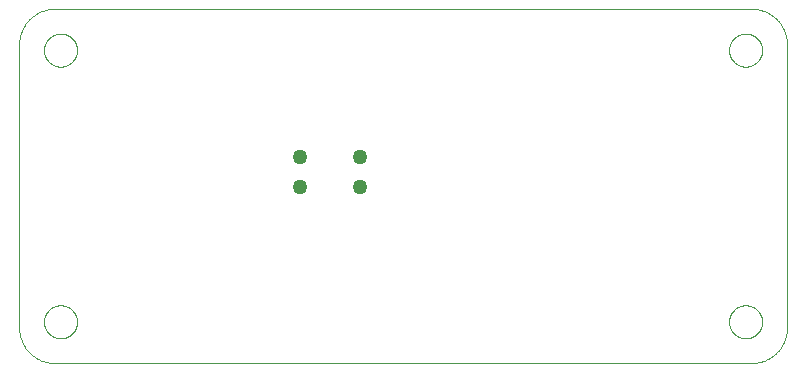
<source format=gbp>
G75*
%MOIN*%
%OFA0B0*%
%FSLAX25Y25*%
%IPPOS*%
%LPD*%
%AMOC8*
5,1,8,0,0,1.08239X$1,22.5*
%
%ADD10C,0.00000*%
%ADD11C,0.05000*%
D10*
X0016811Y0006117D02*
X0249094Y0006117D01*
X0249379Y0006120D01*
X0249665Y0006131D01*
X0249950Y0006148D01*
X0250234Y0006172D01*
X0250518Y0006203D01*
X0250801Y0006241D01*
X0251082Y0006286D01*
X0251363Y0006337D01*
X0251643Y0006395D01*
X0251921Y0006460D01*
X0252197Y0006532D01*
X0252471Y0006610D01*
X0252744Y0006695D01*
X0253014Y0006787D01*
X0253282Y0006885D01*
X0253548Y0006989D01*
X0253811Y0007100D01*
X0254071Y0007217D01*
X0254329Y0007340D01*
X0254583Y0007470D01*
X0254834Y0007606D01*
X0255082Y0007747D01*
X0255326Y0007895D01*
X0255567Y0008048D01*
X0255803Y0008208D01*
X0256036Y0008373D01*
X0256265Y0008543D01*
X0256490Y0008719D01*
X0256710Y0008901D01*
X0256926Y0009087D01*
X0257137Y0009279D01*
X0257344Y0009476D01*
X0257546Y0009678D01*
X0257743Y0009885D01*
X0257935Y0010096D01*
X0258121Y0010312D01*
X0258303Y0010532D01*
X0258479Y0010757D01*
X0258649Y0010986D01*
X0258814Y0011219D01*
X0258974Y0011455D01*
X0259127Y0011696D01*
X0259275Y0011940D01*
X0259416Y0012188D01*
X0259552Y0012439D01*
X0259682Y0012693D01*
X0259805Y0012951D01*
X0259922Y0013211D01*
X0260033Y0013474D01*
X0260137Y0013740D01*
X0260235Y0014008D01*
X0260327Y0014278D01*
X0260412Y0014551D01*
X0260490Y0014825D01*
X0260562Y0015101D01*
X0260627Y0015379D01*
X0260685Y0015659D01*
X0260736Y0015940D01*
X0260781Y0016221D01*
X0260819Y0016504D01*
X0260850Y0016788D01*
X0260874Y0017072D01*
X0260891Y0017357D01*
X0260902Y0017643D01*
X0260905Y0017928D01*
X0260906Y0017928D02*
X0260906Y0112416D01*
X0260905Y0112416D02*
X0260902Y0112701D01*
X0260891Y0112987D01*
X0260874Y0113272D01*
X0260850Y0113556D01*
X0260819Y0113840D01*
X0260781Y0114123D01*
X0260736Y0114404D01*
X0260685Y0114685D01*
X0260627Y0114965D01*
X0260562Y0115243D01*
X0260490Y0115519D01*
X0260412Y0115793D01*
X0260327Y0116066D01*
X0260235Y0116336D01*
X0260137Y0116604D01*
X0260033Y0116870D01*
X0259922Y0117133D01*
X0259805Y0117393D01*
X0259682Y0117651D01*
X0259552Y0117905D01*
X0259416Y0118156D01*
X0259275Y0118404D01*
X0259127Y0118648D01*
X0258974Y0118889D01*
X0258814Y0119125D01*
X0258649Y0119358D01*
X0258479Y0119587D01*
X0258303Y0119812D01*
X0258121Y0120032D01*
X0257935Y0120248D01*
X0257743Y0120459D01*
X0257546Y0120666D01*
X0257344Y0120868D01*
X0257137Y0121065D01*
X0256926Y0121257D01*
X0256710Y0121443D01*
X0256490Y0121625D01*
X0256265Y0121801D01*
X0256036Y0121971D01*
X0255803Y0122136D01*
X0255567Y0122296D01*
X0255326Y0122449D01*
X0255082Y0122597D01*
X0254834Y0122738D01*
X0254583Y0122874D01*
X0254329Y0123004D01*
X0254071Y0123127D01*
X0253811Y0123244D01*
X0253548Y0123355D01*
X0253282Y0123459D01*
X0253014Y0123557D01*
X0252744Y0123649D01*
X0252471Y0123734D01*
X0252197Y0123812D01*
X0251921Y0123884D01*
X0251643Y0123949D01*
X0251363Y0124007D01*
X0251082Y0124058D01*
X0250801Y0124103D01*
X0250518Y0124141D01*
X0250234Y0124172D01*
X0249950Y0124196D01*
X0249665Y0124213D01*
X0249379Y0124224D01*
X0249094Y0124227D01*
X0016811Y0124227D01*
X0016526Y0124224D01*
X0016240Y0124213D01*
X0015955Y0124196D01*
X0015671Y0124172D01*
X0015387Y0124141D01*
X0015104Y0124103D01*
X0014823Y0124058D01*
X0014542Y0124007D01*
X0014262Y0123949D01*
X0013984Y0123884D01*
X0013708Y0123812D01*
X0013434Y0123734D01*
X0013161Y0123649D01*
X0012891Y0123557D01*
X0012623Y0123459D01*
X0012357Y0123355D01*
X0012094Y0123244D01*
X0011834Y0123127D01*
X0011576Y0123004D01*
X0011322Y0122874D01*
X0011071Y0122738D01*
X0010823Y0122597D01*
X0010579Y0122449D01*
X0010338Y0122296D01*
X0010102Y0122136D01*
X0009869Y0121971D01*
X0009640Y0121801D01*
X0009415Y0121625D01*
X0009195Y0121443D01*
X0008979Y0121257D01*
X0008768Y0121065D01*
X0008561Y0120868D01*
X0008359Y0120666D01*
X0008162Y0120459D01*
X0007970Y0120248D01*
X0007784Y0120032D01*
X0007602Y0119812D01*
X0007426Y0119587D01*
X0007256Y0119358D01*
X0007091Y0119125D01*
X0006931Y0118889D01*
X0006778Y0118648D01*
X0006630Y0118404D01*
X0006489Y0118156D01*
X0006353Y0117905D01*
X0006223Y0117651D01*
X0006100Y0117393D01*
X0005983Y0117133D01*
X0005872Y0116870D01*
X0005768Y0116604D01*
X0005670Y0116336D01*
X0005578Y0116066D01*
X0005493Y0115793D01*
X0005415Y0115519D01*
X0005343Y0115243D01*
X0005278Y0114965D01*
X0005220Y0114685D01*
X0005169Y0114404D01*
X0005124Y0114123D01*
X0005086Y0113840D01*
X0005055Y0113556D01*
X0005031Y0113272D01*
X0005014Y0112987D01*
X0005003Y0112701D01*
X0005000Y0112416D01*
X0005000Y0017928D01*
X0005003Y0017643D01*
X0005014Y0017357D01*
X0005031Y0017072D01*
X0005055Y0016788D01*
X0005086Y0016504D01*
X0005124Y0016221D01*
X0005169Y0015940D01*
X0005220Y0015659D01*
X0005278Y0015379D01*
X0005343Y0015101D01*
X0005415Y0014825D01*
X0005493Y0014551D01*
X0005578Y0014278D01*
X0005670Y0014008D01*
X0005768Y0013740D01*
X0005872Y0013474D01*
X0005983Y0013211D01*
X0006100Y0012951D01*
X0006223Y0012693D01*
X0006353Y0012439D01*
X0006489Y0012188D01*
X0006630Y0011940D01*
X0006778Y0011696D01*
X0006931Y0011455D01*
X0007091Y0011219D01*
X0007256Y0010986D01*
X0007426Y0010757D01*
X0007602Y0010532D01*
X0007784Y0010312D01*
X0007970Y0010096D01*
X0008162Y0009885D01*
X0008359Y0009678D01*
X0008561Y0009476D01*
X0008768Y0009279D01*
X0008979Y0009087D01*
X0009195Y0008901D01*
X0009415Y0008719D01*
X0009640Y0008543D01*
X0009869Y0008373D01*
X0010102Y0008208D01*
X0010338Y0008048D01*
X0010579Y0007895D01*
X0010823Y0007747D01*
X0011071Y0007606D01*
X0011322Y0007470D01*
X0011576Y0007340D01*
X0011834Y0007217D01*
X0012094Y0007100D01*
X0012357Y0006989D01*
X0012623Y0006885D01*
X0012891Y0006787D01*
X0013161Y0006695D01*
X0013434Y0006610D01*
X0013708Y0006532D01*
X0013984Y0006460D01*
X0014262Y0006395D01*
X0014542Y0006337D01*
X0014823Y0006286D01*
X0015104Y0006241D01*
X0015387Y0006203D01*
X0015671Y0006172D01*
X0015955Y0006148D01*
X0016240Y0006131D01*
X0016526Y0006120D01*
X0016811Y0006117D01*
X0013268Y0019896D02*
X0013270Y0020044D01*
X0013276Y0020192D01*
X0013286Y0020340D01*
X0013300Y0020487D01*
X0013318Y0020634D01*
X0013339Y0020780D01*
X0013365Y0020926D01*
X0013395Y0021071D01*
X0013428Y0021215D01*
X0013466Y0021358D01*
X0013507Y0021500D01*
X0013552Y0021641D01*
X0013600Y0021781D01*
X0013653Y0021920D01*
X0013709Y0022057D01*
X0013769Y0022192D01*
X0013832Y0022326D01*
X0013899Y0022458D01*
X0013970Y0022588D01*
X0014044Y0022716D01*
X0014121Y0022842D01*
X0014202Y0022966D01*
X0014286Y0023088D01*
X0014373Y0023207D01*
X0014464Y0023324D01*
X0014558Y0023439D01*
X0014654Y0023551D01*
X0014754Y0023661D01*
X0014856Y0023767D01*
X0014962Y0023871D01*
X0015070Y0023972D01*
X0015181Y0024070D01*
X0015294Y0024166D01*
X0015410Y0024258D01*
X0015528Y0024347D01*
X0015649Y0024432D01*
X0015772Y0024515D01*
X0015897Y0024594D01*
X0016024Y0024670D01*
X0016153Y0024742D01*
X0016284Y0024811D01*
X0016417Y0024876D01*
X0016552Y0024937D01*
X0016688Y0024995D01*
X0016825Y0025050D01*
X0016964Y0025100D01*
X0017105Y0025147D01*
X0017246Y0025190D01*
X0017389Y0025230D01*
X0017533Y0025265D01*
X0017677Y0025297D01*
X0017823Y0025324D01*
X0017969Y0025348D01*
X0018116Y0025368D01*
X0018263Y0025384D01*
X0018410Y0025396D01*
X0018558Y0025404D01*
X0018706Y0025408D01*
X0018854Y0025408D01*
X0019002Y0025404D01*
X0019150Y0025396D01*
X0019297Y0025384D01*
X0019444Y0025368D01*
X0019591Y0025348D01*
X0019737Y0025324D01*
X0019883Y0025297D01*
X0020027Y0025265D01*
X0020171Y0025230D01*
X0020314Y0025190D01*
X0020455Y0025147D01*
X0020596Y0025100D01*
X0020735Y0025050D01*
X0020872Y0024995D01*
X0021008Y0024937D01*
X0021143Y0024876D01*
X0021276Y0024811D01*
X0021407Y0024742D01*
X0021536Y0024670D01*
X0021663Y0024594D01*
X0021788Y0024515D01*
X0021911Y0024432D01*
X0022032Y0024347D01*
X0022150Y0024258D01*
X0022266Y0024166D01*
X0022379Y0024070D01*
X0022490Y0023972D01*
X0022598Y0023871D01*
X0022704Y0023767D01*
X0022806Y0023661D01*
X0022906Y0023551D01*
X0023002Y0023439D01*
X0023096Y0023324D01*
X0023187Y0023207D01*
X0023274Y0023088D01*
X0023358Y0022966D01*
X0023439Y0022842D01*
X0023516Y0022716D01*
X0023590Y0022588D01*
X0023661Y0022458D01*
X0023728Y0022326D01*
X0023791Y0022192D01*
X0023851Y0022057D01*
X0023907Y0021920D01*
X0023960Y0021781D01*
X0024008Y0021641D01*
X0024053Y0021500D01*
X0024094Y0021358D01*
X0024132Y0021215D01*
X0024165Y0021071D01*
X0024195Y0020926D01*
X0024221Y0020780D01*
X0024242Y0020634D01*
X0024260Y0020487D01*
X0024274Y0020340D01*
X0024284Y0020192D01*
X0024290Y0020044D01*
X0024292Y0019896D01*
X0024290Y0019748D01*
X0024284Y0019600D01*
X0024274Y0019452D01*
X0024260Y0019305D01*
X0024242Y0019158D01*
X0024221Y0019012D01*
X0024195Y0018866D01*
X0024165Y0018721D01*
X0024132Y0018577D01*
X0024094Y0018434D01*
X0024053Y0018292D01*
X0024008Y0018151D01*
X0023960Y0018011D01*
X0023907Y0017872D01*
X0023851Y0017735D01*
X0023791Y0017600D01*
X0023728Y0017466D01*
X0023661Y0017334D01*
X0023590Y0017204D01*
X0023516Y0017076D01*
X0023439Y0016950D01*
X0023358Y0016826D01*
X0023274Y0016704D01*
X0023187Y0016585D01*
X0023096Y0016468D01*
X0023002Y0016353D01*
X0022906Y0016241D01*
X0022806Y0016131D01*
X0022704Y0016025D01*
X0022598Y0015921D01*
X0022490Y0015820D01*
X0022379Y0015722D01*
X0022266Y0015626D01*
X0022150Y0015534D01*
X0022032Y0015445D01*
X0021911Y0015360D01*
X0021788Y0015277D01*
X0021663Y0015198D01*
X0021536Y0015122D01*
X0021407Y0015050D01*
X0021276Y0014981D01*
X0021143Y0014916D01*
X0021008Y0014855D01*
X0020872Y0014797D01*
X0020735Y0014742D01*
X0020596Y0014692D01*
X0020455Y0014645D01*
X0020314Y0014602D01*
X0020171Y0014562D01*
X0020027Y0014527D01*
X0019883Y0014495D01*
X0019737Y0014468D01*
X0019591Y0014444D01*
X0019444Y0014424D01*
X0019297Y0014408D01*
X0019150Y0014396D01*
X0019002Y0014388D01*
X0018854Y0014384D01*
X0018706Y0014384D01*
X0018558Y0014388D01*
X0018410Y0014396D01*
X0018263Y0014408D01*
X0018116Y0014424D01*
X0017969Y0014444D01*
X0017823Y0014468D01*
X0017677Y0014495D01*
X0017533Y0014527D01*
X0017389Y0014562D01*
X0017246Y0014602D01*
X0017105Y0014645D01*
X0016964Y0014692D01*
X0016825Y0014742D01*
X0016688Y0014797D01*
X0016552Y0014855D01*
X0016417Y0014916D01*
X0016284Y0014981D01*
X0016153Y0015050D01*
X0016024Y0015122D01*
X0015897Y0015198D01*
X0015772Y0015277D01*
X0015649Y0015360D01*
X0015528Y0015445D01*
X0015410Y0015534D01*
X0015294Y0015626D01*
X0015181Y0015722D01*
X0015070Y0015820D01*
X0014962Y0015921D01*
X0014856Y0016025D01*
X0014754Y0016131D01*
X0014654Y0016241D01*
X0014558Y0016353D01*
X0014464Y0016468D01*
X0014373Y0016585D01*
X0014286Y0016704D01*
X0014202Y0016826D01*
X0014121Y0016950D01*
X0014044Y0017076D01*
X0013970Y0017204D01*
X0013899Y0017334D01*
X0013832Y0017466D01*
X0013769Y0017600D01*
X0013709Y0017735D01*
X0013653Y0017872D01*
X0013600Y0018011D01*
X0013552Y0018151D01*
X0013507Y0018292D01*
X0013466Y0018434D01*
X0013428Y0018577D01*
X0013395Y0018721D01*
X0013365Y0018866D01*
X0013339Y0019012D01*
X0013318Y0019158D01*
X0013300Y0019305D01*
X0013286Y0019452D01*
X0013276Y0019600D01*
X0013270Y0019748D01*
X0013268Y0019896D01*
X0013268Y0110447D02*
X0013270Y0110595D01*
X0013276Y0110743D01*
X0013286Y0110891D01*
X0013300Y0111038D01*
X0013318Y0111185D01*
X0013339Y0111331D01*
X0013365Y0111477D01*
X0013395Y0111622D01*
X0013428Y0111766D01*
X0013466Y0111909D01*
X0013507Y0112051D01*
X0013552Y0112192D01*
X0013600Y0112332D01*
X0013653Y0112471D01*
X0013709Y0112608D01*
X0013769Y0112743D01*
X0013832Y0112877D01*
X0013899Y0113009D01*
X0013970Y0113139D01*
X0014044Y0113267D01*
X0014121Y0113393D01*
X0014202Y0113517D01*
X0014286Y0113639D01*
X0014373Y0113758D01*
X0014464Y0113875D01*
X0014558Y0113990D01*
X0014654Y0114102D01*
X0014754Y0114212D01*
X0014856Y0114318D01*
X0014962Y0114422D01*
X0015070Y0114523D01*
X0015181Y0114621D01*
X0015294Y0114717D01*
X0015410Y0114809D01*
X0015528Y0114898D01*
X0015649Y0114983D01*
X0015772Y0115066D01*
X0015897Y0115145D01*
X0016024Y0115221D01*
X0016153Y0115293D01*
X0016284Y0115362D01*
X0016417Y0115427D01*
X0016552Y0115488D01*
X0016688Y0115546D01*
X0016825Y0115601D01*
X0016964Y0115651D01*
X0017105Y0115698D01*
X0017246Y0115741D01*
X0017389Y0115781D01*
X0017533Y0115816D01*
X0017677Y0115848D01*
X0017823Y0115875D01*
X0017969Y0115899D01*
X0018116Y0115919D01*
X0018263Y0115935D01*
X0018410Y0115947D01*
X0018558Y0115955D01*
X0018706Y0115959D01*
X0018854Y0115959D01*
X0019002Y0115955D01*
X0019150Y0115947D01*
X0019297Y0115935D01*
X0019444Y0115919D01*
X0019591Y0115899D01*
X0019737Y0115875D01*
X0019883Y0115848D01*
X0020027Y0115816D01*
X0020171Y0115781D01*
X0020314Y0115741D01*
X0020455Y0115698D01*
X0020596Y0115651D01*
X0020735Y0115601D01*
X0020872Y0115546D01*
X0021008Y0115488D01*
X0021143Y0115427D01*
X0021276Y0115362D01*
X0021407Y0115293D01*
X0021536Y0115221D01*
X0021663Y0115145D01*
X0021788Y0115066D01*
X0021911Y0114983D01*
X0022032Y0114898D01*
X0022150Y0114809D01*
X0022266Y0114717D01*
X0022379Y0114621D01*
X0022490Y0114523D01*
X0022598Y0114422D01*
X0022704Y0114318D01*
X0022806Y0114212D01*
X0022906Y0114102D01*
X0023002Y0113990D01*
X0023096Y0113875D01*
X0023187Y0113758D01*
X0023274Y0113639D01*
X0023358Y0113517D01*
X0023439Y0113393D01*
X0023516Y0113267D01*
X0023590Y0113139D01*
X0023661Y0113009D01*
X0023728Y0112877D01*
X0023791Y0112743D01*
X0023851Y0112608D01*
X0023907Y0112471D01*
X0023960Y0112332D01*
X0024008Y0112192D01*
X0024053Y0112051D01*
X0024094Y0111909D01*
X0024132Y0111766D01*
X0024165Y0111622D01*
X0024195Y0111477D01*
X0024221Y0111331D01*
X0024242Y0111185D01*
X0024260Y0111038D01*
X0024274Y0110891D01*
X0024284Y0110743D01*
X0024290Y0110595D01*
X0024292Y0110447D01*
X0024290Y0110299D01*
X0024284Y0110151D01*
X0024274Y0110003D01*
X0024260Y0109856D01*
X0024242Y0109709D01*
X0024221Y0109563D01*
X0024195Y0109417D01*
X0024165Y0109272D01*
X0024132Y0109128D01*
X0024094Y0108985D01*
X0024053Y0108843D01*
X0024008Y0108702D01*
X0023960Y0108562D01*
X0023907Y0108423D01*
X0023851Y0108286D01*
X0023791Y0108151D01*
X0023728Y0108017D01*
X0023661Y0107885D01*
X0023590Y0107755D01*
X0023516Y0107627D01*
X0023439Y0107501D01*
X0023358Y0107377D01*
X0023274Y0107255D01*
X0023187Y0107136D01*
X0023096Y0107019D01*
X0023002Y0106904D01*
X0022906Y0106792D01*
X0022806Y0106682D01*
X0022704Y0106576D01*
X0022598Y0106472D01*
X0022490Y0106371D01*
X0022379Y0106273D01*
X0022266Y0106177D01*
X0022150Y0106085D01*
X0022032Y0105996D01*
X0021911Y0105911D01*
X0021788Y0105828D01*
X0021663Y0105749D01*
X0021536Y0105673D01*
X0021407Y0105601D01*
X0021276Y0105532D01*
X0021143Y0105467D01*
X0021008Y0105406D01*
X0020872Y0105348D01*
X0020735Y0105293D01*
X0020596Y0105243D01*
X0020455Y0105196D01*
X0020314Y0105153D01*
X0020171Y0105113D01*
X0020027Y0105078D01*
X0019883Y0105046D01*
X0019737Y0105019D01*
X0019591Y0104995D01*
X0019444Y0104975D01*
X0019297Y0104959D01*
X0019150Y0104947D01*
X0019002Y0104939D01*
X0018854Y0104935D01*
X0018706Y0104935D01*
X0018558Y0104939D01*
X0018410Y0104947D01*
X0018263Y0104959D01*
X0018116Y0104975D01*
X0017969Y0104995D01*
X0017823Y0105019D01*
X0017677Y0105046D01*
X0017533Y0105078D01*
X0017389Y0105113D01*
X0017246Y0105153D01*
X0017105Y0105196D01*
X0016964Y0105243D01*
X0016825Y0105293D01*
X0016688Y0105348D01*
X0016552Y0105406D01*
X0016417Y0105467D01*
X0016284Y0105532D01*
X0016153Y0105601D01*
X0016024Y0105673D01*
X0015897Y0105749D01*
X0015772Y0105828D01*
X0015649Y0105911D01*
X0015528Y0105996D01*
X0015410Y0106085D01*
X0015294Y0106177D01*
X0015181Y0106273D01*
X0015070Y0106371D01*
X0014962Y0106472D01*
X0014856Y0106576D01*
X0014754Y0106682D01*
X0014654Y0106792D01*
X0014558Y0106904D01*
X0014464Y0107019D01*
X0014373Y0107136D01*
X0014286Y0107255D01*
X0014202Y0107377D01*
X0014121Y0107501D01*
X0014044Y0107627D01*
X0013970Y0107755D01*
X0013899Y0107885D01*
X0013832Y0108017D01*
X0013769Y0108151D01*
X0013709Y0108286D01*
X0013653Y0108423D01*
X0013600Y0108562D01*
X0013552Y0108702D01*
X0013507Y0108843D01*
X0013466Y0108985D01*
X0013428Y0109128D01*
X0013395Y0109272D01*
X0013365Y0109417D01*
X0013339Y0109563D01*
X0013318Y0109709D01*
X0013300Y0109856D01*
X0013286Y0110003D01*
X0013276Y0110151D01*
X0013270Y0110299D01*
X0013268Y0110447D01*
X0241614Y0110447D02*
X0241616Y0110595D01*
X0241622Y0110743D01*
X0241632Y0110891D01*
X0241646Y0111038D01*
X0241664Y0111185D01*
X0241685Y0111331D01*
X0241711Y0111477D01*
X0241741Y0111622D01*
X0241774Y0111766D01*
X0241812Y0111909D01*
X0241853Y0112051D01*
X0241898Y0112192D01*
X0241946Y0112332D01*
X0241999Y0112471D01*
X0242055Y0112608D01*
X0242115Y0112743D01*
X0242178Y0112877D01*
X0242245Y0113009D01*
X0242316Y0113139D01*
X0242390Y0113267D01*
X0242467Y0113393D01*
X0242548Y0113517D01*
X0242632Y0113639D01*
X0242719Y0113758D01*
X0242810Y0113875D01*
X0242904Y0113990D01*
X0243000Y0114102D01*
X0243100Y0114212D01*
X0243202Y0114318D01*
X0243308Y0114422D01*
X0243416Y0114523D01*
X0243527Y0114621D01*
X0243640Y0114717D01*
X0243756Y0114809D01*
X0243874Y0114898D01*
X0243995Y0114983D01*
X0244118Y0115066D01*
X0244243Y0115145D01*
X0244370Y0115221D01*
X0244499Y0115293D01*
X0244630Y0115362D01*
X0244763Y0115427D01*
X0244898Y0115488D01*
X0245034Y0115546D01*
X0245171Y0115601D01*
X0245310Y0115651D01*
X0245451Y0115698D01*
X0245592Y0115741D01*
X0245735Y0115781D01*
X0245879Y0115816D01*
X0246023Y0115848D01*
X0246169Y0115875D01*
X0246315Y0115899D01*
X0246462Y0115919D01*
X0246609Y0115935D01*
X0246756Y0115947D01*
X0246904Y0115955D01*
X0247052Y0115959D01*
X0247200Y0115959D01*
X0247348Y0115955D01*
X0247496Y0115947D01*
X0247643Y0115935D01*
X0247790Y0115919D01*
X0247937Y0115899D01*
X0248083Y0115875D01*
X0248229Y0115848D01*
X0248373Y0115816D01*
X0248517Y0115781D01*
X0248660Y0115741D01*
X0248801Y0115698D01*
X0248942Y0115651D01*
X0249081Y0115601D01*
X0249218Y0115546D01*
X0249354Y0115488D01*
X0249489Y0115427D01*
X0249622Y0115362D01*
X0249753Y0115293D01*
X0249882Y0115221D01*
X0250009Y0115145D01*
X0250134Y0115066D01*
X0250257Y0114983D01*
X0250378Y0114898D01*
X0250496Y0114809D01*
X0250612Y0114717D01*
X0250725Y0114621D01*
X0250836Y0114523D01*
X0250944Y0114422D01*
X0251050Y0114318D01*
X0251152Y0114212D01*
X0251252Y0114102D01*
X0251348Y0113990D01*
X0251442Y0113875D01*
X0251533Y0113758D01*
X0251620Y0113639D01*
X0251704Y0113517D01*
X0251785Y0113393D01*
X0251862Y0113267D01*
X0251936Y0113139D01*
X0252007Y0113009D01*
X0252074Y0112877D01*
X0252137Y0112743D01*
X0252197Y0112608D01*
X0252253Y0112471D01*
X0252306Y0112332D01*
X0252354Y0112192D01*
X0252399Y0112051D01*
X0252440Y0111909D01*
X0252478Y0111766D01*
X0252511Y0111622D01*
X0252541Y0111477D01*
X0252567Y0111331D01*
X0252588Y0111185D01*
X0252606Y0111038D01*
X0252620Y0110891D01*
X0252630Y0110743D01*
X0252636Y0110595D01*
X0252638Y0110447D01*
X0252636Y0110299D01*
X0252630Y0110151D01*
X0252620Y0110003D01*
X0252606Y0109856D01*
X0252588Y0109709D01*
X0252567Y0109563D01*
X0252541Y0109417D01*
X0252511Y0109272D01*
X0252478Y0109128D01*
X0252440Y0108985D01*
X0252399Y0108843D01*
X0252354Y0108702D01*
X0252306Y0108562D01*
X0252253Y0108423D01*
X0252197Y0108286D01*
X0252137Y0108151D01*
X0252074Y0108017D01*
X0252007Y0107885D01*
X0251936Y0107755D01*
X0251862Y0107627D01*
X0251785Y0107501D01*
X0251704Y0107377D01*
X0251620Y0107255D01*
X0251533Y0107136D01*
X0251442Y0107019D01*
X0251348Y0106904D01*
X0251252Y0106792D01*
X0251152Y0106682D01*
X0251050Y0106576D01*
X0250944Y0106472D01*
X0250836Y0106371D01*
X0250725Y0106273D01*
X0250612Y0106177D01*
X0250496Y0106085D01*
X0250378Y0105996D01*
X0250257Y0105911D01*
X0250134Y0105828D01*
X0250009Y0105749D01*
X0249882Y0105673D01*
X0249753Y0105601D01*
X0249622Y0105532D01*
X0249489Y0105467D01*
X0249354Y0105406D01*
X0249218Y0105348D01*
X0249081Y0105293D01*
X0248942Y0105243D01*
X0248801Y0105196D01*
X0248660Y0105153D01*
X0248517Y0105113D01*
X0248373Y0105078D01*
X0248229Y0105046D01*
X0248083Y0105019D01*
X0247937Y0104995D01*
X0247790Y0104975D01*
X0247643Y0104959D01*
X0247496Y0104947D01*
X0247348Y0104939D01*
X0247200Y0104935D01*
X0247052Y0104935D01*
X0246904Y0104939D01*
X0246756Y0104947D01*
X0246609Y0104959D01*
X0246462Y0104975D01*
X0246315Y0104995D01*
X0246169Y0105019D01*
X0246023Y0105046D01*
X0245879Y0105078D01*
X0245735Y0105113D01*
X0245592Y0105153D01*
X0245451Y0105196D01*
X0245310Y0105243D01*
X0245171Y0105293D01*
X0245034Y0105348D01*
X0244898Y0105406D01*
X0244763Y0105467D01*
X0244630Y0105532D01*
X0244499Y0105601D01*
X0244370Y0105673D01*
X0244243Y0105749D01*
X0244118Y0105828D01*
X0243995Y0105911D01*
X0243874Y0105996D01*
X0243756Y0106085D01*
X0243640Y0106177D01*
X0243527Y0106273D01*
X0243416Y0106371D01*
X0243308Y0106472D01*
X0243202Y0106576D01*
X0243100Y0106682D01*
X0243000Y0106792D01*
X0242904Y0106904D01*
X0242810Y0107019D01*
X0242719Y0107136D01*
X0242632Y0107255D01*
X0242548Y0107377D01*
X0242467Y0107501D01*
X0242390Y0107627D01*
X0242316Y0107755D01*
X0242245Y0107885D01*
X0242178Y0108017D01*
X0242115Y0108151D01*
X0242055Y0108286D01*
X0241999Y0108423D01*
X0241946Y0108562D01*
X0241898Y0108702D01*
X0241853Y0108843D01*
X0241812Y0108985D01*
X0241774Y0109128D01*
X0241741Y0109272D01*
X0241711Y0109417D01*
X0241685Y0109563D01*
X0241664Y0109709D01*
X0241646Y0109856D01*
X0241632Y0110003D01*
X0241622Y0110151D01*
X0241616Y0110299D01*
X0241614Y0110447D01*
X0241614Y0019896D02*
X0241616Y0020044D01*
X0241622Y0020192D01*
X0241632Y0020340D01*
X0241646Y0020487D01*
X0241664Y0020634D01*
X0241685Y0020780D01*
X0241711Y0020926D01*
X0241741Y0021071D01*
X0241774Y0021215D01*
X0241812Y0021358D01*
X0241853Y0021500D01*
X0241898Y0021641D01*
X0241946Y0021781D01*
X0241999Y0021920D01*
X0242055Y0022057D01*
X0242115Y0022192D01*
X0242178Y0022326D01*
X0242245Y0022458D01*
X0242316Y0022588D01*
X0242390Y0022716D01*
X0242467Y0022842D01*
X0242548Y0022966D01*
X0242632Y0023088D01*
X0242719Y0023207D01*
X0242810Y0023324D01*
X0242904Y0023439D01*
X0243000Y0023551D01*
X0243100Y0023661D01*
X0243202Y0023767D01*
X0243308Y0023871D01*
X0243416Y0023972D01*
X0243527Y0024070D01*
X0243640Y0024166D01*
X0243756Y0024258D01*
X0243874Y0024347D01*
X0243995Y0024432D01*
X0244118Y0024515D01*
X0244243Y0024594D01*
X0244370Y0024670D01*
X0244499Y0024742D01*
X0244630Y0024811D01*
X0244763Y0024876D01*
X0244898Y0024937D01*
X0245034Y0024995D01*
X0245171Y0025050D01*
X0245310Y0025100D01*
X0245451Y0025147D01*
X0245592Y0025190D01*
X0245735Y0025230D01*
X0245879Y0025265D01*
X0246023Y0025297D01*
X0246169Y0025324D01*
X0246315Y0025348D01*
X0246462Y0025368D01*
X0246609Y0025384D01*
X0246756Y0025396D01*
X0246904Y0025404D01*
X0247052Y0025408D01*
X0247200Y0025408D01*
X0247348Y0025404D01*
X0247496Y0025396D01*
X0247643Y0025384D01*
X0247790Y0025368D01*
X0247937Y0025348D01*
X0248083Y0025324D01*
X0248229Y0025297D01*
X0248373Y0025265D01*
X0248517Y0025230D01*
X0248660Y0025190D01*
X0248801Y0025147D01*
X0248942Y0025100D01*
X0249081Y0025050D01*
X0249218Y0024995D01*
X0249354Y0024937D01*
X0249489Y0024876D01*
X0249622Y0024811D01*
X0249753Y0024742D01*
X0249882Y0024670D01*
X0250009Y0024594D01*
X0250134Y0024515D01*
X0250257Y0024432D01*
X0250378Y0024347D01*
X0250496Y0024258D01*
X0250612Y0024166D01*
X0250725Y0024070D01*
X0250836Y0023972D01*
X0250944Y0023871D01*
X0251050Y0023767D01*
X0251152Y0023661D01*
X0251252Y0023551D01*
X0251348Y0023439D01*
X0251442Y0023324D01*
X0251533Y0023207D01*
X0251620Y0023088D01*
X0251704Y0022966D01*
X0251785Y0022842D01*
X0251862Y0022716D01*
X0251936Y0022588D01*
X0252007Y0022458D01*
X0252074Y0022326D01*
X0252137Y0022192D01*
X0252197Y0022057D01*
X0252253Y0021920D01*
X0252306Y0021781D01*
X0252354Y0021641D01*
X0252399Y0021500D01*
X0252440Y0021358D01*
X0252478Y0021215D01*
X0252511Y0021071D01*
X0252541Y0020926D01*
X0252567Y0020780D01*
X0252588Y0020634D01*
X0252606Y0020487D01*
X0252620Y0020340D01*
X0252630Y0020192D01*
X0252636Y0020044D01*
X0252638Y0019896D01*
X0252636Y0019748D01*
X0252630Y0019600D01*
X0252620Y0019452D01*
X0252606Y0019305D01*
X0252588Y0019158D01*
X0252567Y0019012D01*
X0252541Y0018866D01*
X0252511Y0018721D01*
X0252478Y0018577D01*
X0252440Y0018434D01*
X0252399Y0018292D01*
X0252354Y0018151D01*
X0252306Y0018011D01*
X0252253Y0017872D01*
X0252197Y0017735D01*
X0252137Y0017600D01*
X0252074Y0017466D01*
X0252007Y0017334D01*
X0251936Y0017204D01*
X0251862Y0017076D01*
X0251785Y0016950D01*
X0251704Y0016826D01*
X0251620Y0016704D01*
X0251533Y0016585D01*
X0251442Y0016468D01*
X0251348Y0016353D01*
X0251252Y0016241D01*
X0251152Y0016131D01*
X0251050Y0016025D01*
X0250944Y0015921D01*
X0250836Y0015820D01*
X0250725Y0015722D01*
X0250612Y0015626D01*
X0250496Y0015534D01*
X0250378Y0015445D01*
X0250257Y0015360D01*
X0250134Y0015277D01*
X0250009Y0015198D01*
X0249882Y0015122D01*
X0249753Y0015050D01*
X0249622Y0014981D01*
X0249489Y0014916D01*
X0249354Y0014855D01*
X0249218Y0014797D01*
X0249081Y0014742D01*
X0248942Y0014692D01*
X0248801Y0014645D01*
X0248660Y0014602D01*
X0248517Y0014562D01*
X0248373Y0014527D01*
X0248229Y0014495D01*
X0248083Y0014468D01*
X0247937Y0014444D01*
X0247790Y0014424D01*
X0247643Y0014408D01*
X0247496Y0014396D01*
X0247348Y0014388D01*
X0247200Y0014384D01*
X0247052Y0014384D01*
X0246904Y0014388D01*
X0246756Y0014396D01*
X0246609Y0014408D01*
X0246462Y0014424D01*
X0246315Y0014444D01*
X0246169Y0014468D01*
X0246023Y0014495D01*
X0245879Y0014527D01*
X0245735Y0014562D01*
X0245592Y0014602D01*
X0245451Y0014645D01*
X0245310Y0014692D01*
X0245171Y0014742D01*
X0245034Y0014797D01*
X0244898Y0014855D01*
X0244763Y0014916D01*
X0244630Y0014981D01*
X0244499Y0015050D01*
X0244370Y0015122D01*
X0244243Y0015198D01*
X0244118Y0015277D01*
X0243995Y0015360D01*
X0243874Y0015445D01*
X0243756Y0015534D01*
X0243640Y0015626D01*
X0243527Y0015722D01*
X0243416Y0015820D01*
X0243308Y0015921D01*
X0243202Y0016025D01*
X0243100Y0016131D01*
X0243000Y0016241D01*
X0242904Y0016353D01*
X0242810Y0016468D01*
X0242719Y0016585D01*
X0242632Y0016704D01*
X0242548Y0016826D01*
X0242467Y0016950D01*
X0242390Y0017076D01*
X0242316Y0017204D01*
X0242245Y0017334D01*
X0242178Y0017466D01*
X0242115Y0017600D01*
X0242055Y0017735D01*
X0241999Y0017872D01*
X0241946Y0018011D01*
X0241898Y0018151D01*
X0241853Y0018292D01*
X0241812Y0018434D01*
X0241774Y0018577D01*
X0241741Y0018721D01*
X0241711Y0018866D01*
X0241685Y0019012D01*
X0241664Y0019158D01*
X0241646Y0019305D01*
X0241632Y0019452D01*
X0241622Y0019600D01*
X0241616Y0019748D01*
X0241614Y0019896D01*
D11*
X0118750Y0064867D03*
X0118750Y0074867D03*
X0098750Y0074867D03*
X0098750Y0064867D03*
M02*

</source>
